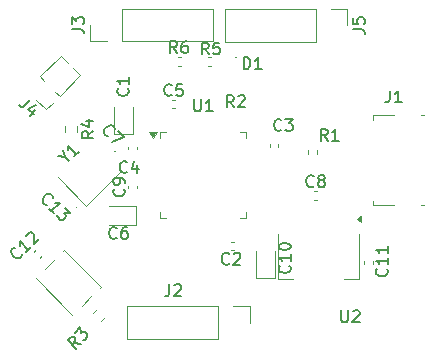
<source format=gbr>
%TF.GenerationSoftware,KiCad,Pcbnew,9.0.7-9.0.7~ubuntu24.04.1*%
%TF.CreationDate,2026-02-28T14:15:44+03:00*%
%TF.ProjectId,Kiicad_project,4b696963-6164-45f7-9072-6f6a6563742e,rev?*%
%TF.SameCoordinates,Original*%
%TF.FileFunction,Legend,Top*%
%TF.FilePolarity,Positive*%
%FSLAX46Y46*%
G04 Gerber Fmt 4.6, Leading zero omitted, Abs format (unit mm)*
G04 Created by KiCad (PCBNEW 9.0.7-9.0.7~ubuntu24.04.1) date 2026-02-28 14:15:44*
%MOMM*%
%LPD*%
G01*
G04 APERTURE LIST*
%ADD10C,0.150000*%
%ADD11C,0.120000*%
%ADD12C,0.100000*%
G04 APERTURE END LIST*
D10*
X70208333Y-69379819D02*
X69875000Y-68903628D01*
X69636905Y-69379819D02*
X69636905Y-68379819D01*
X69636905Y-68379819D02*
X70017857Y-68379819D01*
X70017857Y-68379819D02*
X70113095Y-68427438D01*
X70113095Y-68427438D02*
X70160714Y-68475057D01*
X70160714Y-68475057D02*
X70208333Y-68570295D01*
X70208333Y-68570295D02*
X70208333Y-68713152D01*
X70208333Y-68713152D02*
X70160714Y-68808390D01*
X70160714Y-68808390D02*
X70113095Y-68856009D01*
X70113095Y-68856009D02*
X70017857Y-68903628D01*
X70017857Y-68903628D02*
X69636905Y-68903628D01*
X70589286Y-68475057D02*
X70636905Y-68427438D01*
X70636905Y-68427438D02*
X70732143Y-68379819D01*
X70732143Y-68379819D02*
X70970238Y-68379819D01*
X70970238Y-68379819D02*
X71065476Y-68427438D01*
X71065476Y-68427438D02*
X71113095Y-68475057D01*
X71113095Y-68475057D02*
X71160714Y-68570295D01*
X71160714Y-68570295D02*
X71160714Y-68665533D01*
X71160714Y-68665533D02*
X71113095Y-68808390D01*
X71113095Y-68808390D02*
X70541667Y-69379819D01*
X70541667Y-69379819D02*
X71160714Y-69379819D01*
X52289104Y-81844419D02*
X52289104Y-81911763D01*
X52289104Y-81911763D02*
X52221760Y-82046450D01*
X52221760Y-82046450D02*
X52154417Y-82113793D01*
X52154417Y-82113793D02*
X52019730Y-82181137D01*
X52019730Y-82181137D02*
X51885043Y-82181137D01*
X51885043Y-82181137D02*
X51784028Y-82147465D01*
X51784028Y-82147465D02*
X51615669Y-82046450D01*
X51615669Y-82046450D02*
X51514654Y-81945435D01*
X51514654Y-81945435D02*
X51413638Y-81777076D01*
X51413638Y-81777076D02*
X51379967Y-81676061D01*
X51379967Y-81676061D02*
X51379967Y-81541374D01*
X51379967Y-81541374D02*
X51447310Y-81406687D01*
X51447310Y-81406687D02*
X51514654Y-81339343D01*
X51514654Y-81339343D02*
X51649341Y-81272000D01*
X51649341Y-81272000D02*
X51716684Y-81272000D01*
X53029882Y-81238328D02*
X52625821Y-81642389D01*
X52827852Y-81440358D02*
X52120745Y-80733252D01*
X52120745Y-80733252D02*
X52154417Y-80901610D01*
X52154417Y-80901610D02*
X52154417Y-81036297D01*
X52154417Y-81036297D02*
X52120745Y-81137313D01*
X52659493Y-80329190D02*
X52659493Y-80261847D01*
X52659493Y-80261847D02*
X52693165Y-80160832D01*
X52693165Y-80160832D02*
X52861524Y-79992473D01*
X52861524Y-79992473D02*
X52962539Y-79958801D01*
X52962539Y-79958801D02*
X53029883Y-79958801D01*
X53029883Y-79958801D02*
X53130898Y-79992473D01*
X53130898Y-79992473D02*
X53198241Y-80059816D01*
X53198241Y-80059816D02*
X53265585Y-80194503D01*
X53265585Y-80194503D02*
X53265585Y-81002625D01*
X53265585Y-81002625D02*
X53703318Y-80564893D01*
X59552887Y-71836411D02*
X59485543Y-71836411D01*
X59485543Y-71836411D02*
X59350856Y-71769067D01*
X59350856Y-71769067D02*
X59283513Y-71701724D01*
X59283513Y-71701724D02*
X59216169Y-71567037D01*
X59216169Y-71567037D02*
X59216169Y-71432350D01*
X59216169Y-71432350D02*
X59249841Y-71331335D01*
X59249841Y-71331335D02*
X59350856Y-71162976D01*
X59350856Y-71162976D02*
X59451871Y-71061961D01*
X59451871Y-71061961D02*
X59620230Y-70960945D01*
X59620230Y-70960945D02*
X59721245Y-70927274D01*
X59721245Y-70927274D02*
X59855932Y-70927274D01*
X59855932Y-70927274D02*
X59990619Y-70994617D01*
X59990619Y-70994617D02*
X60057963Y-71061961D01*
X60057963Y-71061961D02*
X60125306Y-71196648D01*
X60125306Y-71196648D02*
X60125306Y-71263991D01*
X60428352Y-71432350D02*
X60899757Y-71903754D01*
X60899757Y-71903754D02*
X59889604Y-72307815D01*
X61183333Y-74859580D02*
X61135714Y-74907200D01*
X61135714Y-74907200D02*
X60992857Y-74954819D01*
X60992857Y-74954819D02*
X60897619Y-74954819D01*
X60897619Y-74954819D02*
X60754762Y-74907200D01*
X60754762Y-74907200D02*
X60659524Y-74811961D01*
X60659524Y-74811961D02*
X60611905Y-74716723D01*
X60611905Y-74716723D02*
X60564286Y-74526247D01*
X60564286Y-74526247D02*
X60564286Y-74383390D01*
X60564286Y-74383390D02*
X60611905Y-74192914D01*
X60611905Y-74192914D02*
X60659524Y-74097676D01*
X60659524Y-74097676D02*
X60754762Y-74002438D01*
X60754762Y-74002438D02*
X60897619Y-73954819D01*
X60897619Y-73954819D02*
X60992857Y-73954819D01*
X60992857Y-73954819D02*
X61135714Y-74002438D01*
X61135714Y-74002438D02*
X61183333Y-74050057D01*
X62040476Y-74288152D02*
X62040476Y-74954819D01*
X61802381Y-73907200D02*
X61564286Y-74621485D01*
X61564286Y-74621485D02*
X62183333Y-74621485D01*
X61234580Y-67791666D02*
X61282200Y-67839285D01*
X61282200Y-67839285D02*
X61329819Y-67982142D01*
X61329819Y-67982142D02*
X61329819Y-68077380D01*
X61329819Y-68077380D02*
X61282200Y-68220237D01*
X61282200Y-68220237D02*
X61186961Y-68315475D01*
X61186961Y-68315475D02*
X61091723Y-68363094D01*
X61091723Y-68363094D02*
X60901247Y-68410713D01*
X60901247Y-68410713D02*
X60758390Y-68410713D01*
X60758390Y-68410713D02*
X60567914Y-68363094D01*
X60567914Y-68363094D02*
X60472676Y-68315475D01*
X60472676Y-68315475D02*
X60377438Y-68220237D01*
X60377438Y-68220237D02*
X60329819Y-68077380D01*
X60329819Y-68077380D02*
X60329819Y-67982142D01*
X60329819Y-67982142D02*
X60377438Y-67839285D01*
X60377438Y-67839285D02*
X60425057Y-67791666D01*
X61329819Y-66839285D02*
X61329819Y-67410713D01*
X61329819Y-67124999D02*
X60329819Y-67124999D01*
X60329819Y-67124999D02*
X60472676Y-67220237D01*
X60472676Y-67220237D02*
X60567914Y-67315475D01*
X60567914Y-67315475D02*
X60615533Y-67410713D01*
X69833333Y-82609580D02*
X69785714Y-82657200D01*
X69785714Y-82657200D02*
X69642857Y-82704819D01*
X69642857Y-82704819D02*
X69547619Y-82704819D01*
X69547619Y-82704819D02*
X69404762Y-82657200D01*
X69404762Y-82657200D02*
X69309524Y-82561961D01*
X69309524Y-82561961D02*
X69261905Y-82466723D01*
X69261905Y-82466723D02*
X69214286Y-82276247D01*
X69214286Y-82276247D02*
X69214286Y-82133390D01*
X69214286Y-82133390D02*
X69261905Y-81942914D01*
X69261905Y-81942914D02*
X69309524Y-81847676D01*
X69309524Y-81847676D02*
X69404762Y-81752438D01*
X69404762Y-81752438D02*
X69547619Y-81704819D01*
X69547619Y-81704819D02*
X69642857Y-81704819D01*
X69642857Y-81704819D02*
X69785714Y-81752438D01*
X69785714Y-81752438D02*
X69833333Y-81800057D01*
X70214286Y-81800057D02*
X70261905Y-81752438D01*
X70261905Y-81752438D02*
X70357143Y-81704819D01*
X70357143Y-81704819D02*
X70595238Y-81704819D01*
X70595238Y-81704819D02*
X70690476Y-81752438D01*
X70690476Y-81752438D02*
X70738095Y-81800057D01*
X70738095Y-81800057D02*
X70785714Y-81895295D01*
X70785714Y-81895295D02*
X70785714Y-81990533D01*
X70785714Y-81990533D02*
X70738095Y-82133390D01*
X70738095Y-82133390D02*
X70166667Y-82704819D01*
X70166667Y-82704819D02*
X70785714Y-82704819D01*
X68083333Y-64904819D02*
X67750000Y-64428628D01*
X67511905Y-64904819D02*
X67511905Y-63904819D01*
X67511905Y-63904819D02*
X67892857Y-63904819D01*
X67892857Y-63904819D02*
X67988095Y-63952438D01*
X67988095Y-63952438D02*
X68035714Y-64000057D01*
X68035714Y-64000057D02*
X68083333Y-64095295D01*
X68083333Y-64095295D02*
X68083333Y-64238152D01*
X68083333Y-64238152D02*
X68035714Y-64333390D01*
X68035714Y-64333390D02*
X67988095Y-64381009D01*
X67988095Y-64381009D02*
X67892857Y-64428628D01*
X67892857Y-64428628D02*
X67511905Y-64428628D01*
X68988095Y-63904819D02*
X68511905Y-63904819D01*
X68511905Y-63904819D02*
X68464286Y-64381009D01*
X68464286Y-64381009D02*
X68511905Y-64333390D01*
X68511905Y-64333390D02*
X68607143Y-64285771D01*
X68607143Y-64285771D02*
X68845238Y-64285771D01*
X68845238Y-64285771D02*
X68940476Y-64333390D01*
X68940476Y-64333390D02*
X68988095Y-64381009D01*
X68988095Y-64381009D02*
X69035714Y-64476247D01*
X69035714Y-64476247D02*
X69035714Y-64714342D01*
X69035714Y-64714342D02*
X68988095Y-64809580D01*
X68988095Y-64809580D02*
X68940476Y-64857200D01*
X68940476Y-64857200D02*
X68845238Y-64904819D01*
X68845238Y-64904819D02*
X68607143Y-64904819D01*
X68607143Y-64904819D02*
X68511905Y-64857200D01*
X68511905Y-64857200D02*
X68464286Y-64809580D01*
X57253755Y-89414456D02*
X56681336Y-89313441D01*
X56849694Y-89818517D02*
X56142588Y-89111410D01*
X56142588Y-89111410D02*
X56411962Y-88842036D01*
X56411962Y-88842036D02*
X56512977Y-88808364D01*
X56512977Y-88808364D02*
X56580320Y-88808364D01*
X56580320Y-88808364D02*
X56681336Y-88842036D01*
X56681336Y-88842036D02*
X56782351Y-88943051D01*
X56782351Y-88943051D02*
X56816023Y-89044067D01*
X56816023Y-89044067D02*
X56816023Y-89111410D01*
X56816023Y-89111410D02*
X56782351Y-89212425D01*
X56782351Y-89212425D02*
X56512977Y-89481799D01*
X56782351Y-88471647D02*
X57220084Y-88033914D01*
X57220084Y-88033914D02*
X57253755Y-88538990D01*
X57253755Y-88538990D02*
X57354771Y-88437975D01*
X57354771Y-88437975D02*
X57455786Y-88404303D01*
X57455786Y-88404303D02*
X57523129Y-88404303D01*
X57523129Y-88404303D02*
X57624145Y-88437975D01*
X57624145Y-88437975D02*
X57792503Y-88606334D01*
X57792503Y-88606334D02*
X57826175Y-88707349D01*
X57826175Y-88707349D02*
X57826175Y-88774693D01*
X57826175Y-88774693D02*
X57792503Y-88875708D01*
X57792503Y-88875708D02*
X57590473Y-89077738D01*
X57590473Y-89077738D02*
X57489458Y-89111410D01*
X57489458Y-89111410D02*
X57422114Y-89111410D01*
X58334819Y-71416666D02*
X57858628Y-71749999D01*
X58334819Y-71988094D02*
X57334819Y-71988094D01*
X57334819Y-71988094D02*
X57334819Y-71607142D01*
X57334819Y-71607142D02*
X57382438Y-71511904D01*
X57382438Y-71511904D02*
X57430057Y-71464285D01*
X57430057Y-71464285D02*
X57525295Y-71416666D01*
X57525295Y-71416666D02*
X57668152Y-71416666D01*
X57668152Y-71416666D02*
X57763390Y-71464285D01*
X57763390Y-71464285D02*
X57811009Y-71511904D01*
X57811009Y-71511904D02*
X57858628Y-71607142D01*
X57858628Y-71607142D02*
X57858628Y-71988094D01*
X57668152Y-70559523D02*
X58334819Y-70559523D01*
X57287200Y-70797618D02*
X58001485Y-71035713D01*
X58001485Y-71035713D02*
X58001485Y-70416666D01*
X52994846Y-68783748D02*
X52489770Y-69288824D01*
X52489770Y-69288824D02*
X52355083Y-69356168D01*
X52355083Y-69356168D02*
X52220396Y-69356168D01*
X52220396Y-69356168D02*
X52085709Y-69288824D01*
X52085709Y-69288824D02*
X52018365Y-69221481D01*
X53398907Y-69659214D02*
X52927503Y-70130618D01*
X53499923Y-69221481D02*
X52826488Y-69558198D01*
X52826488Y-69558198D02*
X53264220Y-69995931D01*
X60293333Y-80429580D02*
X60245714Y-80477200D01*
X60245714Y-80477200D02*
X60102857Y-80524819D01*
X60102857Y-80524819D02*
X60007619Y-80524819D01*
X60007619Y-80524819D02*
X59864762Y-80477200D01*
X59864762Y-80477200D02*
X59769524Y-80381961D01*
X59769524Y-80381961D02*
X59721905Y-80286723D01*
X59721905Y-80286723D02*
X59674286Y-80096247D01*
X59674286Y-80096247D02*
X59674286Y-79953390D01*
X59674286Y-79953390D02*
X59721905Y-79762914D01*
X59721905Y-79762914D02*
X59769524Y-79667676D01*
X59769524Y-79667676D02*
X59864762Y-79572438D01*
X59864762Y-79572438D02*
X60007619Y-79524819D01*
X60007619Y-79524819D02*
X60102857Y-79524819D01*
X60102857Y-79524819D02*
X60245714Y-79572438D01*
X60245714Y-79572438D02*
X60293333Y-79620057D01*
X61150476Y-79524819D02*
X60960000Y-79524819D01*
X60960000Y-79524819D02*
X60864762Y-79572438D01*
X60864762Y-79572438D02*
X60817143Y-79620057D01*
X60817143Y-79620057D02*
X60721905Y-79762914D01*
X60721905Y-79762914D02*
X60674286Y-79953390D01*
X60674286Y-79953390D02*
X60674286Y-80334342D01*
X60674286Y-80334342D02*
X60721905Y-80429580D01*
X60721905Y-80429580D02*
X60769524Y-80477200D01*
X60769524Y-80477200D02*
X60864762Y-80524819D01*
X60864762Y-80524819D02*
X61055238Y-80524819D01*
X61055238Y-80524819D02*
X61150476Y-80477200D01*
X61150476Y-80477200D02*
X61198095Y-80429580D01*
X61198095Y-80429580D02*
X61245714Y-80334342D01*
X61245714Y-80334342D02*
X61245714Y-80096247D01*
X61245714Y-80096247D02*
X61198095Y-80001009D01*
X61198095Y-80001009D02*
X61150476Y-79953390D01*
X61150476Y-79953390D02*
X61055238Y-79905771D01*
X61055238Y-79905771D02*
X60864762Y-79905771D01*
X60864762Y-79905771D02*
X60769524Y-79953390D01*
X60769524Y-79953390D02*
X60721905Y-80001009D01*
X60721905Y-80001009D02*
X60674286Y-80096247D01*
X56519820Y-62758333D02*
X57234105Y-62758333D01*
X57234105Y-62758333D02*
X57376962Y-62805952D01*
X57376962Y-62805952D02*
X57472201Y-62901190D01*
X57472201Y-62901190D02*
X57519820Y-63044047D01*
X57519820Y-63044047D02*
X57519820Y-63139285D01*
X56519820Y-62377380D02*
X56519820Y-61758333D01*
X56519820Y-61758333D02*
X56900772Y-62091666D01*
X56900772Y-62091666D02*
X56900772Y-61948809D01*
X56900772Y-61948809D02*
X56948391Y-61853571D01*
X56948391Y-61853571D02*
X56996010Y-61805952D01*
X56996010Y-61805952D02*
X57091248Y-61758333D01*
X57091248Y-61758333D02*
X57329343Y-61758333D01*
X57329343Y-61758333D02*
X57424581Y-61805952D01*
X57424581Y-61805952D02*
X57472201Y-61853571D01*
X57472201Y-61853571D02*
X57519820Y-61948809D01*
X57519820Y-61948809D02*
X57519820Y-62234523D01*
X57519820Y-62234523D02*
X57472201Y-62329761D01*
X57472201Y-62329761D02*
X57424581Y-62377380D01*
X83159580Y-83067857D02*
X83207200Y-83115476D01*
X83207200Y-83115476D02*
X83254819Y-83258333D01*
X83254819Y-83258333D02*
X83254819Y-83353571D01*
X83254819Y-83353571D02*
X83207200Y-83496428D01*
X83207200Y-83496428D02*
X83111961Y-83591666D01*
X83111961Y-83591666D02*
X83016723Y-83639285D01*
X83016723Y-83639285D02*
X82826247Y-83686904D01*
X82826247Y-83686904D02*
X82683390Y-83686904D01*
X82683390Y-83686904D02*
X82492914Y-83639285D01*
X82492914Y-83639285D02*
X82397676Y-83591666D01*
X82397676Y-83591666D02*
X82302438Y-83496428D01*
X82302438Y-83496428D02*
X82254819Y-83353571D01*
X82254819Y-83353571D02*
X82254819Y-83258333D01*
X82254819Y-83258333D02*
X82302438Y-83115476D01*
X82302438Y-83115476D02*
X82350057Y-83067857D01*
X83254819Y-82115476D02*
X83254819Y-82686904D01*
X83254819Y-82401190D02*
X82254819Y-82401190D01*
X82254819Y-82401190D02*
X82397676Y-82496428D01*
X82397676Y-82496428D02*
X82492914Y-82591666D01*
X82492914Y-82591666D02*
X82540533Y-82686904D01*
X83254819Y-81163095D02*
X83254819Y-81734523D01*
X83254819Y-81448809D02*
X82254819Y-81448809D01*
X82254819Y-81448809D02*
X82397676Y-81544047D01*
X82397676Y-81544047D02*
X82492914Y-81639285D01*
X82492914Y-81639285D02*
X82540533Y-81734523D01*
X60909580Y-76316666D02*
X60957200Y-76364285D01*
X60957200Y-76364285D02*
X61004819Y-76507142D01*
X61004819Y-76507142D02*
X61004819Y-76602380D01*
X61004819Y-76602380D02*
X60957200Y-76745237D01*
X60957200Y-76745237D02*
X60861961Y-76840475D01*
X60861961Y-76840475D02*
X60766723Y-76888094D01*
X60766723Y-76888094D02*
X60576247Y-76935713D01*
X60576247Y-76935713D02*
X60433390Y-76935713D01*
X60433390Y-76935713D02*
X60242914Y-76888094D01*
X60242914Y-76888094D02*
X60147676Y-76840475D01*
X60147676Y-76840475D02*
X60052438Y-76745237D01*
X60052438Y-76745237D02*
X60004819Y-76602380D01*
X60004819Y-76602380D02*
X60004819Y-76507142D01*
X60004819Y-76507142D02*
X60052438Y-76364285D01*
X60052438Y-76364285D02*
X60100057Y-76316666D01*
X61004819Y-75840475D02*
X61004819Y-75649999D01*
X61004819Y-75649999D02*
X60957200Y-75554761D01*
X60957200Y-75554761D02*
X60909580Y-75507142D01*
X60909580Y-75507142D02*
X60766723Y-75411904D01*
X60766723Y-75411904D02*
X60576247Y-75364285D01*
X60576247Y-75364285D02*
X60195295Y-75364285D01*
X60195295Y-75364285D02*
X60100057Y-75411904D01*
X60100057Y-75411904D02*
X60052438Y-75459523D01*
X60052438Y-75459523D02*
X60004819Y-75554761D01*
X60004819Y-75554761D02*
X60004819Y-75745237D01*
X60004819Y-75745237D02*
X60052438Y-75840475D01*
X60052438Y-75840475D02*
X60100057Y-75888094D01*
X60100057Y-75888094D02*
X60195295Y-75935713D01*
X60195295Y-75935713D02*
X60433390Y-75935713D01*
X60433390Y-75935713D02*
X60528628Y-75888094D01*
X60528628Y-75888094D02*
X60576247Y-75840475D01*
X60576247Y-75840475D02*
X60623866Y-75745237D01*
X60623866Y-75745237D02*
X60623866Y-75554761D01*
X60623866Y-75554761D02*
X60576247Y-75459523D01*
X60576247Y-75459523D02*
X60528628Y-75411904D01*
X60528628Y-75411904D02*
X60433390Y-75364285D01*
X66863095Y-68729819D02*
X66863095Y-69539342D01*
X66863095Y-69539342D02*
X66910714Y-69634580D01*
X66910714Y-69634580D02*
X66958333Y-69682200D01*
X66958333Y-69682200D02*
X67053571Y-69729819D01*
X67053571Y-69729819D02*
X67244047Y-69729819D01*
X67244047Y-69729819D02*
X67339285Y-69682200D01*
X67339285Y-69682200D02*
X67386904Y-69634580D01*
X67386904Y-69634580D02*
X67434523Y-69539342D01*
X67434523Y-69539342D02*
X67434523Y-68729819D01*
X68434523Y-69729819D02*
X67863095Y-69729819D01*
X68148809Y-69729819D02*
X68148809Y-68729819D01*
X68148809Y-68729819D02*
X68053571Y-68872676D01*
X68053571Y-68872676D02*
X67958333Y-68967914D01*
X67958333Y-68967914D02*
X67863095Y-69015533D01*
X64766666Y-84379819D02*
X64766666Y-85094104D01*
X64766666Y-85094104D02*
X64719047Y-85236961D01*
X64719047Y-85236961D02*
X64623809Y-85332200D01*
X64623809Y-85332200D02*
X64480952Y-85379819D01*
X64480952Y-85379819D02*
X64385714Y-85379819D01*
X65195238Y-84475057D02*
X65242857Y-84427438D01*
X65242857Y-84427438D02*
X65338095Y-84379819D01*
X65338095Y-84379819D02*
X65576190Y-84379819D01*
X65576190Y-84379819D02*
X65671428Y-84427438D01*
X65671428Y-84427438D02*
X65719047Y-84475057D01*
X65719047Y-84475057D02*
X65766666Y-84570295D01*
X65766666Y-84570295D02*
X65766666Y-84665533D01*
X65766666Y-84665533D02*
X65719047Y-84808390D01*
X65719047Y-84808390D02*
X65147619Y-85379819D01*
X65147619Y-85379819D02*
X65766666Y-85379819D01*
X74258333Y-71284580D02*
X74210714Y-71332200D01*
X74210714Y-71332200D02*
X74067857Y-71379819D01*
X74067857Y-71379819D02*
X73972619Y-71379819D01*
X73972619Y-71379819D02*
X73829762Y-71332200D01*
X73829762Y-71332200D02*
X73734524Y-71236961D01*
X73734524Y-71236961D02*
X73686905Y-71141723D01*
X73686905Y-71141723D02*
X73639286Y-70951247D01*
X73639286Y-70951247D02*
X73639286Y-70808390D01*
X73639286Y-70808390D02*
X73686905Y-70617914D01*
X73686905Y-70617914D02*
X73734524Y-70522676D01*
X73734524Y-70522676D02*
X73829762Y-70427438D01*
X73829762Y-70427438D02*
X73972619Y-70379819D01*
X73972619Y-70379819D02*
X74067857Y-70379819D01*
X74067857Y-70379819D02*
X74210714Y-70427438D01*
X74210714Y-70427438D02*
X74258333Y-70475057D01*
X74591667Y-70379819D02*
X75210714Y-70379819D01*
X75210714Y-70379819D02*
X74877381Y-70760771D01*
X74877381Y-70760771D02*
X75020238Y-70760771D01*
X75020238Y-70760771D02*
X75115476Y-70808390D01*
X75115476Y-70808390D02*
X75163095Y-70856009D01*
X75163095Y-70856009D02*
X75210714Y-70951247D01*
X75210714Y-70951247D02*
X75210714Y-71189342D01*
X75210714Y-71189342D02*
X75163095Y-71284580D01*
X75163095Y-71284580D02*
X75115476Y-71332200D01*
X75115476Y-71332200D02*
X75020238Y-71379819D01*
X75020238Y-71379819D02*
X74734524Y-71379819D01*
X74734524Y-71379819D02*
X74639286Y-71332200D01*
X74639286Y-71332200D02*
X74591667Y-71284580D01*
X54366169Y-77624693D02*
X54298825Y-77624693D01*
X54298825Y-77624693D02*
X54164138Y-77557349D01*
X54164138Y-77557349D02*
X54096795Y-77490006D01*
X54096795Y-77490006D02*
X54029451Y-77355319D01*
X54029451Y-77355319D02*
X54029451Y-77220632D01*
X54029451Y-77220632D02*
X54063123Y-77119617D01*
X54063123Y-77119617D02*
X54164138Y-76951258D01*
X54164138Y-76951258D02*
X54265153Y-76850243D01*
X54265153Y-76850243D02*
X54433512Y-76749227D01*
X54433512Y-76749227D02*
X54534527Y-76715556D01*
X54534527Y-76715556D02*
X54669214Y-76715556D01*
X54669214Y-76715556D02*
X54803901Y-76782899D01*
X54803901Y-76782899D02*
X54871245Y-76850243D01*
X54871245Y-76850243D02*
X54938588Y-76984930D01*
X54938588Y-76984930D02*
X54938588Y-77052273D01*
X54972260Y-78365471D02*
X54568199Y-77961410D01*
X54770230Y-78163441D02*
X55477336Y-77456334D01*
X55477336Y-77456334D02*
X55308978Y-77490006D01*
X55308978Y-77490006D02*
X55174291Y-77490006D01*
X55174291Y-77490006D02*
X55073275Y-77456334D01*
X55915069Y-77894067D02*
X56352802Y-78331800D01*
X56352802Y-78331800D02*
X55847726Y-78365472D01*
X55847726Y-78365472D02*
X55948741Y-78466487D01*
X55948741Y-78466487D02*
X55982413Y-78567502D01*
X55982413Y-78567502D02*
X55982413Y-78634846D01*
X55982413Y-78634846D02*
X55948741Y-78735861D01*
X55948741Y-78735861D02*
X55780382Y-78904220D01*
X55780382Y-78904220D02*
X55679367Y-78937891D01*
X55679367Y-78937891D02*
X55612024Y-78937891D01*
X55612024Y-78937891D02*
X55511008Y-78904220D01*
X55511008Y-78904220D02*
X55308978Y-78702189D01*
X55308978Y-78702189D02*
X55275306Y-78601174D01*
X55275306Y-78601174D02*
X55275306Y-78533830D01*
X55911900Y-73640970D02*
X56248618Y-73977688D01*
X55305809Y-73506283D02*
X55911900Y-73640970D01*
X55911900Y-73640970D02*
X55777213Y-73034879D01*
X57090411Y-73135894D02*
X56686350Y-73539955D01*
X56888381Y-73337924D02*
X56181274Y-72630818D01*
X56181274Y-72630818D02*
X56214946Y-72799176D01*
X56214946Y-72799176D02*
X56214946Y-72933863D01*
X56214946Y-72933863D02*
X56181274Y-73034879D01*
X79313095Y-86579819D02*
X79313095Y-87389342D01*
X79313095Y-87389342D02*
X79360714Y-87484580D01*
X79360714Y-87484580D02*
X79408333Y-87532200D01*
X79408333Y-87532200D02*
X79503571Y-87579819D01*
X79503571Y-87579819D02*
X79694047Y-87579819D01*
X79694047Y-87579819D02*
X79789285Y-87532200D01*
X79789285Y-87532200D02*
X79836904Y-87484580D01*
X79836904Y-87484580D02*
X79884523Y-87389342D01*
X79884523Y-87389342D02*
X79884523Y-86579819D01*
X80313095Y-86675057D02*
X80360714Y-86627438D01*
X80360714Y-86627438D02*
X80455952Y-86579819D01*
X80455952Y-86579819D02*
X80694047Y-86579819D01*
X80694047Y-86579819D02*
X80789285Y-86627438D01*
X80789285Y-86627438D02*
X80836904Y-86675057D01*
X80836904Y-86675057D02*
X80884523Y-86770295D01*
X80884523Y-86770295D02*
X80884523Y-86865533D01*
X80884523Y-86865533D02*
X80836904Y-87008390D01*
X80836904Y-87008390D02*
X80265476Y-87579819D01*
X80265476Y-87579819D02*
X80884523Y-87579819D01*
X74934580Y-82792857D02*
X74982200Y-82840476D01*
X74982200Y-82840476D02*
X75029819Y-82983333D01*
X75029819Y-82983333D02*
X75029819Y-83078571D01*
X75029819Y-83078571D02*
X74982200Y-83221428D01*
X74982200Y-83221428D02*
X74886961Y-83316666D01*
X74886961Y-83316666D02*
X74791723Y-83364285D01*
X74791723Y-83364285D02*
X74601247Y-83411904D01*
X74601247Y-83411904D02*
X74458390Y-83411904D01*
X74458390Y-83411904D02*
X74267914Y-83364285D01*
X74267914Y-83364285D02*
X74172676Y-83316666D01*
X74172676Y-83316666D02*
X74077438Y-83221428D01*
X74077438Y-83221428D02*
X74029819Y-83078571D01*
X74029819Y-83078571D02*
X74029819Y-82983333D01*
X74029819Y-82983333D02*
X74077438Y-82840476D01*
X74077438Y-82840476D02*
X74125057Y-82792857D01*
X75029819Y-81840476D02*
X75029819Y-82411904D01*
X75029819Y-82126190D02*
X74029819Y-82126190D01*
X74029819Y-82126190D02*
X74172676Y-82221428D01*
X74172676Y-82221428D02*
X74267914Y-82316666D01*
X74267914Y-82316666D02*
X74315533Y-82411904D01*
X74029819Y-81221428D02*
X74029819Y-81126190D01*
X74029819Y-81126190D02*
X74077438Y-81030952D01*
X74077438Y-81030952D02*
X74125057Y-80983333D01*
X74125057Y-80983333D02*
X74220295Y-80935714D01*
X74220295Y-80935714D02*
X74410771Y-80888095D01*
X74410771Y-80888095D02*
X74648866Y-80888095D01*
X74648866Y-80888095D02*
X74839342Y-80935714D01*
X74839342Y-80935714D02*
X74934580Y-80983333D01*
X74934580Y-80983333D02*
X74982200Y-81030952D01*
X74982200Y-81030952D02*
X75029819Y-81126190D01*
X75029819Y-81126190D02*
X75029819Y-81221428D01*
X75029819Y-81221428D02*
X74982200Y-81316666D01*
X74982200Y-81316666D02*
X74934580Y-81364285D01*
X74934580Y-81364285D02*
X74839342Y-81411904D01*
X74839342Y-81411904D02*
X74648866Y-81459523D01*
X74648866Y-81459523D02*
X74410771Y-81459523D01*
X74410771Y-81459523D02*
X74220295Y-81411904D01*
X74220295Y-81411904D02*
X74125057Y-81364285D01*
X74125057Y-81364285D02*
X74077438Y-81316666D01*
X74077438Y-81316666D02*
X74029819Y-81221428D01*
X65408333Y-64779819D02*
X65075000Y-64303628D01*
X64836905Y-64779819D02*
X64836905Y-63779819D01*
X64836905Y-63779819D02*
X65217857Y-63779819D01*
X65217857Y-63779819D02*
X65313095Y-63827438D01*
X65313095Y-63827438D02*
X65360714Y-63875057D01*
X65360714Y-63875057D02*
X65408333Y-63970295D01*
X65408333Y-63970295D02*
X65408333Y-64113152D01*
X65408333Y-64113152D02*
X65360714Y-64208390D01*
X65360714Y-64208390D02*
X65313095Y-64256009D01*
X65313095Y-64256009D02*
X65217857Y-64303628D01*
X65217857Y-64303628D02*
X64836905Y-64303628D01*
X66265476Y-63779819D02*
X66075000Y-63779819D01*
X66075000Y-63779819D02*
X65979762Y-63827438D01*
X65979762Y-63827438D02*
X65932143Y-63875057D01*
X65932143Y-63875057D02*
X65836905Y-64017914D01*
X65836905Y-64017914D02*
X65789286Y-64208390D01*
X65789286Y-64208390D02*
X65789286Y-64589342D01*
X65789286Y-64589342D02*
X65836905Y-64684580D01*
X65836905Y-64684580D02*
X65884524Y-64732200D01*
X65884524Y-64732200D02*
X65979762Y-64779819D01*
X65979762Y-64779819D02*
X66170238Y-64779819D01*
X66170238Y-64779819D02*
X66265476Y-64732200D01*
X66265476Y-64732200D02*
X66313095Y-64684580D01*
X66313095Y-64684580D02*
X66360714Y-64589342D01*
X66360714Y-64589342D02*
X66360714Y-64351247D01*
X66360714Y-64351247D02*
X66313095Y-64256009D01*
X66313095Y-64256009D02*
X66265476Y-64208390D01*
X66265476Y-64208390D02*
X66170238Y-64160771D01*
X66170238Y-64160771D02*
X65979762Y-64160771D01*
X65979762Y-64160771D02*
X65884524Y-64208390D01*
X65884524Y-64208390D02*
X65836905Y-64256009D01*
X65836905Y-64256009D02*
X65789286Y-64351247D01*
X83441666Y-67979819D02*
X83441666Y-68694104D01*
X83441666Y-68694104D02*
X83394047Y-68836961D01*
X83394047Y-68836961D02*
X83298809Y-68932200D01*
X83298809Y-68932200D02*
X83155952Y-68979819D01*
X83155952Y-68979819D02*
X83060714Y-68979819D01*
X84441666Y-68979819D02*
X83870238Y-68979819D01*
X84155952Y-68979819D02*
X84155952Y-67979819D01*
X84155952Y-67979819D02*
X84060714Y-68122676D01*
X84060714Y-68122676D02*
X83965476Y-68217914D01*
X83965476Y-68217914D02*
X83870238Y-68265533D01*
X64958333Y-68324580D02*
X64910714Y-68372200D01*
X64910714Y-68372200D02*
X64767857Y-68419819D01*
X64767857Y-68419819D02*
X64672619Y-68419819D01*
X64672619Y-68419819D02*
X64529762Y-68372200D01*
X64529762Y-68372200D02*
X64434524Y-68276961D01*
X64434524Y-68276961D02*
X64386905Y-68181723D01*
X64386905Y-68181723D02*
X64339286Y-67991247D01*
X64339286Y-67991247D02*
X64339286Y-67848390D01*
X64339286Y-67848390D02*
X64386905Y-67657914D01*
X64386905Y-67657914D02*
X64434524Y-67562676D01*
X64434524Y-67562676D02*
X64529762Y-67467438D01*
X64529762Y-67467438D02*
X64672619Y-67419819D01*
X64672619Y-67419819D02*
X64767857Y-67419819D01*
X64767857Y-67419819D02*
X64910714Y-67467438D01*
X64910714Y-67467438D02*
X64958333Y-67515057D01*
X65863095Y-67419819D02*
X65386905Y-67419819D01*
X65386905Y-67419819D02*
X65339286Y-67896009D01*
X65339286Y-67896009D02*
X65386905Y-67848390D01*
X65386905Y-67848390D02*
X65482143Y-67800771D01*
X65482143Y-67800771D02*
X65720238Y-67800771D01*
X65720238Y-67800771D02*
X65815476Y-67848390D01*
X65815476Y-67848390D02*
X65863095Y-67896009D01*
X65863095Y-67896009D02*
X65910714Y-67991247D01*
X65910714Y-67991247D02*
X65910714Y-68229342D01*
X65910714Y-68229342D02*
X65863095Y-68324580D01*
X65863095Y-68324580D02*
X65815476Y-68372200D01*
X65815476Y-68372200D02*
X65720238Y-68419819D01*
X65720238Y-68419819D02*
X65482143Y-68419819D01*
X65482143Y-68419819D02*
X65386905Y-68372200D01*
X65386905Y-68372200D02*
X65339286Y-68324580D01*
X71061905Y-66154819D02*
X71061905Y-65154819D01*
X71061905Y-65154819D02*
X71300000Y-65154819D01*
X71300000Y-65154819D02*
X71442857Y-65202438D01*
X71442857Y-65202438D02*
X71538095Y-65297676D01*
X71538095Y-65297676D02*
X71585714Y-65392914D01*
X71585714Y-65392914D02*
X71633333Y-65583390D01*
X71633333Y-65583390D02*
X71633333Y-65726247D01*
X71633333Y-65726247D02*
X71585714Y-65916723D01*
X71585714Y-65916723D02*
X71538095Y-66011961D01*
X71538095Y-66011961D02*
X71442857Y-66107200D01*
X71442857Y-66107200D02*
X71300000Y-66154819D01*
X71300000Y-66154819D02*
X71061905Y-66154819D01*
X72585714Y-66154819D02*
X72014286Y-66154819D01*
X72300000Y-66154819D02*
X72300000Y-65154819D01*
X72300000Y-65154819D02*
X72204762Y-65297676D01*
X72204762Y-65297676D02*
X72109524Y-65392914D01*
X72109524Y-65392914D02*
X72014286Y-65440533D01*
X80299819Y-62783333D02*
X81014104Y-62783333D01*
X81014104Y-62783333D02*
X81156961Y-62830952D01*
X81156961Y-62830952D02*
X81252200Y-62926190D01*
X81252200Y-62926190D02*
X81299819Y-63069047D01*
X81299819Y-63069047D02*
X81299819Y-63164285D01*
X80299819Y-61830952D02*
X80299819Y-62307142D01*
X80299819Y-62307142D02*
X80776009Y-62354761D01*
X80776009Y-62354761D02*
X80728390Y-62307142D01*
X80728390Y-62307142D02*
X80680771Y-62211904D01*
X80680771Y-62211904D02*
X80680771Y-61973809D01*
X80680771Y-61973809D02*
X80728390Y-61878571D01*
X80728390Y-61878571D02*
X80776009Y-61830952D01*
X80776009Y-61830952D02*
X80871247Y-61783333D01*
X80871247Y-61783333D02*
X81109342Y-61783333D01*
X81109342Y-61783333D02*
X81204580Y-61830952D01*
X81204580Y-61830952D02*
X81252200Y-61878571D01*
X81252200Y-61878571D02*
X81299819Y-61973809D01*
X81299819Y-61973809D02*
X81299819Y-62211904D01*
X81299819Y-62211904D02*
X81252200Y-62307142D01*
X81252200Y-62307142D02*
X81204580Y-62354761D01*
X78158333Y-72229819D02*
X77825000Y-71753628D01*
X77586905Y-72229819D02*
X77586905Y-71229819D01*
X77586905Y-71229819D02*
X77967857Y-71229819D01*
X77967857Y-71229819D02*
X78063095Y-71277438D01*
X78063095Y-71277438D02*
X78110714Y-71325057D01*
X78110714Y-71325057D02*
X78158333Y-71420295D01*
X78158333Y-71420295D02*
X78158333Y-71563152D01*
X78158333Y-71563152D02*
X78110714Y-71658390D01*
X78110714Y-71658390D02*
X78063095Y-71706009D01*
X78063095Y-71706009D02*
X77967857Y-71753628D01*
X77967857Y-71753628D02*
X77586905Y-71753628D01*
X79110714Y-72229819D02*
X78539286Y-72229819D01*
X78825000Y-72229819D02*
X78825000Y-71229819D01*
X78825000Y-71229819D02*
X78729762Y-71372676D01*
X78729762Y-71372676D02*
X78634524Y-71467914D01*
X78634524Y-71467914D02*
X78539286Y-71515533D01*
X76978333Y-76054580D02*
X76930714Y-76102200D01*
X76930714Y-76102200D02*
X76787857Y-76149819D01*
X76787857Y-76149819D02*
X76692619Y-76149819D01*
X76692619Y-76149819D02*
X76549762Y-76102200D01*
X76549762Y-76102200D02*
X76454524Y-76006961D01*
X76454524Y-76006961D02*
X76406905Y-75911723D01*
X76406905Y-75911723D02*
X76359286Y-75721247D01*
X76359286Y-75721247D02*
X76359286Y-75578390D01*
X76359286Y-75578390D02*
X76406905Y-75387914D01*
X76406905Y-75387914D02*
X76454524Y-75292676D01*
X76454524Y-75292676D02*
X76549762Y-75197438D01*
X76549762Y-75197438D02*
X76692619Y-75149819D01*
X76692619Y-75149819D02*
X76787857Y-75149819D01*
X76787857Y-75149819D02*
X76930714Y-75197438D01*
X76930714Y-75197438D02*
X76978333Y-75245057D01*
X77549762Y-75578390D02*
X77454524Y-75530771D01*
X77454524Y-75530771D02*
X77406905Y-75483152D01*
X77406905Y-75483152D02*
X77359286Y-75387914D01*
X77359286Y-75387914D02*
X77359286Y-75340295D01*
X77359286Y-75340295D02*
X77406905Y-75245057D01*
X77406905Y-75245057D02*
X77454524Y-75197438D01*
X77454524Y-75197438D02*
X77549762Y-75149819D01*
X77549762Y-75149819D02*
X77740238Y-75149819D01*
X77740238Y-75149819D02*
X77835476Y-75197438D01*
X77835476Y-75197438D02*
X77883095Y-75245057D01*
X77883095Y-75245057D02*
X77930714Y-75340295D01*
X77930714Y-75340295D02*
X77930714Y-75387914D01*
X77930714Y-75387914D02*
X77883095Y-75483152D01*
X77883095Y-75483152D02*
X77835476Y-75530771D01*
X77835476Y-75530771D02*
X77740238Y-75578390D01*
X77740238Y-75578390D02*
X77549762Y-75578390D01*
X77549762Y-75578390D02*
X77454524Y-75626009D01*
X77454524Y-75626009D02*
X77406905Y-75673628D01*
X77406905Y-75673628D02*
X77359286Y-75768866D01*
X77359286Y-75768866D02*
X77359286Y-75959342D01*
X77359286Y-75959342D02*
X77406905Y-76054580D01*
X77406905Y-76054580D02*
X77454524Y-76102200D01*
X77454524Y-76102200D02*
X77549762Y-76149819D01*
X77549762Y-76149819D02*
X77740238Y-76149819D01*
X77740238Y-76149819D02*
X77835476Y-76102200D01*
X77835476Y-76102200D02*
X77883095Y-76054580D01*
X77883095Y-76054580D02*
X77930714Y-75959342D01*
X77930714Y-75959342D02*
X77930714Y-75768866D01*
X77930714Y-75768866D02*
X77883095Y-75673628D01*
X77883095Y-75673628D02*
X77835476Y-75626009D01*
X77835476Y-75626009D02*
X77740238Y-75578390D01*
D11*
%TO.C,C12*%
X53930810Y-81978307D02*
X53778307Y-82130810D01*
X53421693Y-81469190D02*
X53269190Y-81621693D01*
D12*
%TO.C,C7*%
X60195746Y-73145746D02*
G75*
G02*
X60095746Y-73145746I-50000J0D01*
G01*
X60095746Y-73145746D02*
G75*
G02*
X60195746Y-73145746I50000J0D01*
G01*
D11*
%TO.C,SW1*%
X56551167Y-86989823D02*
X56636020Y-86904971D01*
X57350198Y-86190793D02*
X58156300Y-85384691D01*
X58870478Y-84670513D02*
X58955330Y-84585660D01*
X58955330Y-84585660D02*
X55844061Y-81474391D01*
X53439898Y-83878554D02*
X56551167Y-86989823D01*
X53524750Y-83793701D02*
X53439898Y-83878554D01*
X55045030Y-82273421D02*
X54238928Y-83079523D01*
X55844061Y-81474391D02*
X55759208Y-81559243D01*
%TO.C,C4*%
X61265000Y-72747164D02*
X61265000Y-72962836D01*
X61985000Y-72747164D02*
X61985000Y-72962836D01*
%TO.C,C1*%
X60049999Y-69360000D02*
X60050000Y-71680000D01*
X60050000Y-71680000D02*
X61700000Y-71680000D01*
X61700000Y-71680000D02*
X61700001Y-69360000D01*
%TO.C,C2*%
X70232836Y-80765000D02*
X70017164Y-80765000D01*
X70232836Y-81485000D02*
X70017164Y-81485000D01*
%TO.C,R5*%
X68303641Y-65120000D02*
X67996359Y-65120000D01*
X68303641Y-65880000D02*
X67996359Y-65880000D01*
%TO.C,R3*%
X58262770Y-86773303D02*
X58598303Y-86437770D01*
X59001697Y-87512230D02*
X59337230Y-87176697D01*
%TO.C,R4*%
X55927500Y-71012742D02*
X55927500Y-71487258D01*
X56972500Y-71012742D02*
X56972500Y-71487258D01*
%TO.C,J4*%
X53831462Y-66778051D02*
X55581551Y-65027961D01*
X54180272Y-67126861D02*
X53831462Y-66778051D01*
X54326436Y-69564051D02*
X53506193Y-68743807D01*
X54899193Y-68991295D02*
X54326436Y-69564051D01*
X55471949Y-68418538D02*
X55123139Y-68069728D01*
X55471949Y-68418538D02*
X57222039Y-66668449D01*
X56176989Y-65623400D02*
X55581551Y-65027961D01*
X57222039Y-66668449D02*
X56626600Y-66073011D01*
%TO.C,C6*%
X59660000Y-79375001D02*
X61980000Y-79375000D01*
X61980000Y-77725000D02*
X59660000Y-77724999D01*
X61980000Y-79375000D02*
X61980000Y-77725000D01*
%TO.C,J3*%
X58065001Y-63805000D02*
X58065002Y-62425000D01*
X59445001Y-63804999D02*
X58065001Y-63805000D01*
X60715001Y-61045000D02*
X68445001Y-61045001D01*
X60715001Y-63805000D02*
X60715001Y-61045000D01*
X60715001Y-63805000D02*
X68445001Y-63804999D01*
X68445001Y-63804999D02*
X68445001Y-61045001D01*
%TO.C,C11*%
X81265000Y-82627836D02*
X81265000Y-82412164D01*
X81985000Y-82627836D02*
X81985000Y-82412164D01*
%TO.C,C9*%
X61265000Y-76232836D02*
X61265000Y-76017164D01*
X61985000Y-76232836D02*
X61985000Y-76017164D01*
%TO.C,U1*%
X64015000Y-71515000D02*
X64465000Y-71515000D01*
X64015000Y-71965000D02*
X64015000Y-71515000D01*
X64015000Y-78735000D02*
X64015000Y-78285000D01*
X64465000Y-78735000D02*
X64015000Y-78735000D01*
X70785000Y-71515000D02*
X71235000Y-71515000D01*
X71235000Y-71515000D02*
X71235000Y-71965000D01*
X71235000Y-78285000D02*
X71235000Y-78735000D01*
X71235000Y-78735000D02*
X70785000Y-78735000D01*
X63375000Y-71965000D02*
X63035000Y-71495000D01*
X63715000Y-71495000D01*
X63375000Y-71965000D01*
G36*
X63375000Y-71965000D02*
G01*
X63035000Y-71495000D01*
X63715000Y-71495000D01*
X63375000Y-71965000D01*
G37*
%TO.C,J2*%
X61185000Y-86245001D02*
X61185000Y-89004999D01*
X68915000Y-86245000D02*
X61185000Y-86245001D01*
X68915000Y-86245000D02*
X68915000Y-89005000D01*
X68915000Y-89005000D02*
X61185000Y-89004999D01*
X70185000Y-86245001D02*
X71565000Y-86245000D01*
X71565000Y-86245000D02*
X71564999Y-87625000D01*
%TO.C,C3*%
X73265000Y-72517164D02*
X73265000Y-72732836D01*
X73985000Y-72517164D02*
X73985000Y-72732836D01*
D12*
%TO.C,C13*%
X56945746Y-77895746D02*
G75*
G02*
X56845746Y-77895746I-50000J0D01*
G01*
X56845746Y-77895746D02*
G75*
G02*
X56945746Y-77895746I50000J0D01*
G01*
D11*
%TO.C,Y1*%
X55330349Y-75299264D02*
X57748655Y-77717570D01*
X57748655Y-77717570D02*
X60661935Y-74804290D01*
%TO.C,U2*%
X73964999Y-80154999D02*
X73965000Y-83914999D01*
X73965000Y-83914999D02*
X75224999Y-83914999D01*
X80785000Y-83914999D02*
X79525001Y-83914999D01*
X80785001Y-80154999D02*
X80785000Y-83914999D01*
X81015000Y-79114999D02*
X80685000Y-78874999D01*
X81015000Y-78634999D01*
X81015000Y-79114999D01*
G36*
X81015000Y-79114999D02*
G01*
X80685000Y-78874999D01*
X81015000Y-78634999D01*
X81015000Y-79114999D01*
G37*
%TO.C,C10*%
X72074999Y-81550000D02*
X72075000Y-83870000D01*
X72075000Y-83870000D02*
X73725000Y-83870000D01*
X73725000Y-83870000D02*
X73725001Y-81550000D01*
%TO.C,R6*%
X65471359Y-65095000D02*
X65778641Y-65095000D01*
X65471359Y-65855000D02*
X65778641Y-65855000D01*
%TO.C,J1*%
X82040000Y-70065000D02*
X82040000Y-70445000D01*
X82040000Y-70065000D02*
X83810000Y-70065000D01*
X82040000Y-77685000D02*
X82040000Y-77305000D01*
X83810000Y-77685000D02*
X82040000Y-77685000D01*
X86090000Y-70065000D02*
X86350000Y-70065000D01*
X86350000Y-77685000D02*
X86090000Y-77685000D01*
%TO.C,C5*%
X65017164Y-68765000D02*
X65232836Y-68765000D01*
X65017164Y-69485000D02*
X65232836Y-69485000D01*
D12*
%TO.C,D1*%
X70425001Y-65170000D02*
G75*
G02*
X70324999Y-65170000I-50001J0D01*
G01*
X70324999Y-65170000D02*
G75*
G02*
X70425001Y-65170000I50001J0D01*
G01*
D11*
%TO.C,J5*%
X69465000Y-61070001D02*
X69465000Y-63829999D01*
X77195000Y-61070000D02*
X69465000Y-61070001D01*
X77195000Y-61070000D02*
X77195000Y-63830000D01*
X77195000Y-63830000D02*
X69465000Y-63829999D01*
X78465000Y-61070001D02*
X79845000Y-61070000D01*
X79845000Y-61070000D02*
X79844999Y-62450000D01*
%TO.C,R1*%
X76495000Y-73046359D02*
X76495000Y-73353641D01*
X77255000Y-73046359D02*
X77255000Y-73353641D01*
%TO.C,C8*%
X77037164Y-76495000D02*
X77252836Y-76495000D01*
X77037164Y-77215000D02*
X77252836Y-77215000D01*
%TD*%
M02*

</source>
